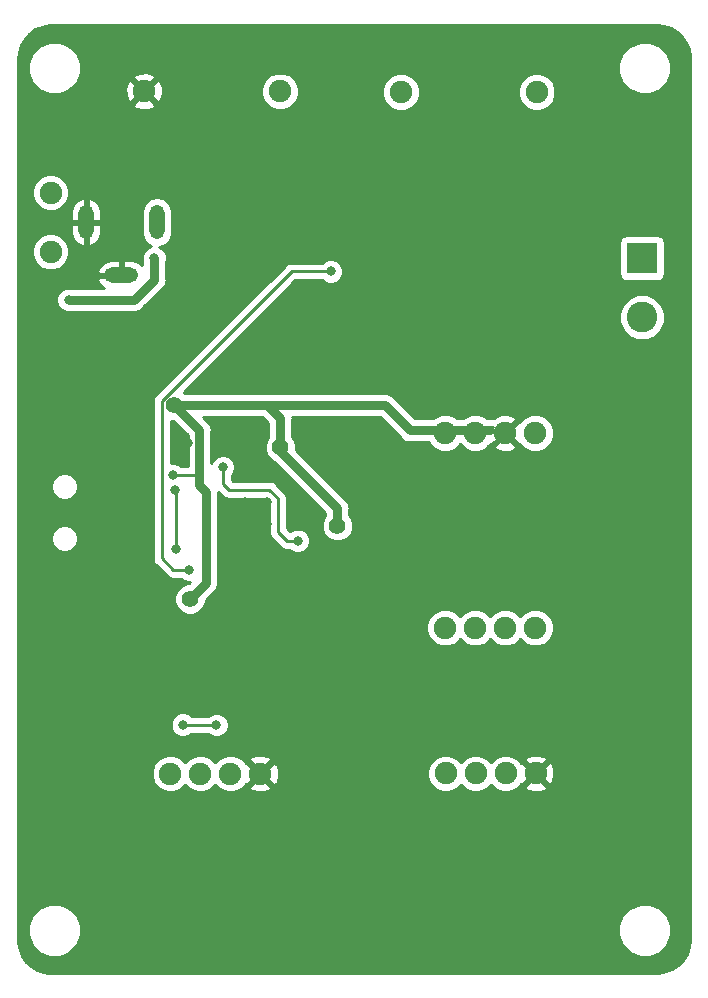
<source format=gbr>
G04 #@! TF.GenerationSoftware,KiCad,Pcbnew,5.0.1*
G04 #@! TF.CreationDate,2019-03-15T13:32:49+13:00*
G04 #@! TF.ProjectId,_autosave-baseBoard,5F6175746F736176652D62617365426F,rev?*
G04 #@! TF.SameCoordinates,Original*
G04 #@! TF.FileFunction,Copper,L2,Bot,Signal*
G04 #@! TF.FilePolarity,Positive*
%FSLAX46Y46*%
G04 Gerber Fmt 4.6, Leading zero omitted, Abs format (unit mm)*
G04 Created by KiCad (PCBNEW 5.0.1) date Fri 15 Mar 2019 01:32:49 PM NZDT*
%MOMM*%
%LPD*%
G01*
G04 APERTURE LIST*
G04 #@! TA.AperFunction,ComponentPad*
%ADD10C,1.900000*%
G04 #@! TD*
G04 #@! TA.AperFunction,ComponentPad*
%ADD11O,1.300000X2.900000*%
G04 #@! TD*
G04 #@! TA.AperFunction,ComponentPad*
%ADD12O,2.900000X1.300000*%
G04 #@! TD*
G04 #@! TA.AperFunction,ComponentPad*
%ADD13R,2.600000X2.600000*%
G04 #@! TD*
G04 #@! TA.AperFunction,ComponentPad*
%ADD14C,2.600000*%
G04 #@! TD*
G04 #@! TA.AperFunction,ViaPad*
%ADD15C,0.800000*%
G04 #@! TD*
G04 #@! TA.AperFunction,ViaPad*
%ADD16C,1.400000*%
G04 #@! TD*
G04 #@! TA.AperFunction,Conductor*
%ADD17C,0.760000*%
G04 #@! TD*
G04 #@! TA.AperFunction,Conductor*
%ADD18C,0.250000*%
G04 #@! TD*
G04 #@! TA.AperFunction,Conductor*
%ADD19C,0.254000*%
G04 #@! TD*
G04 APERTURE END LIST*
D10*
G04 #@! TO.P,PSL2,1*
G04 #@! TO.N,Net-(PSL2-Pad1)*
X111820000Y-109740000D03*
G04 #@! TO.P,PSL2,2*
G04 #@! TO.N,/VCC*
X114360000Y-109740000D03*
G04 #@! TO.P,PSL2,3*
G04 #@! TO.N,/PressureSensorLow2*
X116900000Y-109740000D03*
G04 #@! TO.P,PSL2,4*
G04 #@! TO.N,GND*
X119440000Y-109740000D03*
G04 #@! TD*
G04 #@! TO.P,Csuper1,2*
G04 #@! TO.N,Net-(Csuper1-Pad2)*
X131340000Y-52026000D03*
G04 #@! TO.P,Csuper1,1*
G04 #@! TO.N,/Vin*
X142840000Y-52026000D03*
G04 #@! TD*
G04 #@! TO.P,Csuper2,1*
G04 #@! TO.N,Net-(Csuper1-Pad2)*
X121110000Y-51976000D03*
G04 #@! TO.P,Csuper2,2*
G04 #@! TO.N,GND*
X109610000Y-51976000D03*
G04 #@! TD*
D11*
G04 #@! TO.P,PWRJack,2*
G04 #@! TO.N,GND*
X104690000Y-63050000D03*
G04 #@! TO.P,PWRJack,1*
G04 #@! TO.N,/Vin*
X110690000Y-63050000D03*
D12*
G04 #@! TO.P,PWRJack,3*
G04 #@! TO.N,GND*
X107690000Y-67550000D03*
D10*
G04 #@! TO.P,PWRJack,~*
G04 #@! TO.N,N/C*
X101690000Y-60550000D03*
X101690000Y-65550000D03*
G04 #@! TD*
D13*
G04 #@! TO.P,PWRSol,1*
G04 #@! TO.N,/Vin*
X151764000Y-66096000D03*
D14*
G04 #@! TO.P,PWRSol,2*
G04 #@! TO.N,/solenoidGND*
X151764000Y-71096000D03*
G04 #@! TD*
D10*
G04 #@! TO.P,PSH,5*
G04 #@! TO.N,Net-(PSH1-Pad5)*
X135096000Y-97388000D03*
G04 #@! TO.P,PSH,1*
G04 #@! TO.N,/VCC*
X135096000Y-80898001D03*
G04 #@! TO.P,PSH,6*
G04 #@! TO.N,Net-(PSH1-Pad6)*
X137636000Y-97388000D03*
G04 #@! TO.P,PSH,2*
G04 #@! TO.N,/PressureSensorHigh*
X137636000Y-80898001D03*
G04 #@! TO.P,PSH,7*
G04 #@! TO.N,Net-(PSH1-Pad7)*
X140176000Y-97388000D03*
G04 #@! TO.P,PSH,3*
G04 #@! TO.N,GND*
X140176000Y-80898001D03*
G04 #@! TO.P,PSH,8*
G04 #@! TO.N,Net-(PSH1-Pad8)*
X142716000Y-97388000D03*
G04 #@! TO.P,PSH,4*
G04 #@! TO.N,Net-(PSH1-Pad4)*
X142716000Y-80898001D03*
G04 #@! TD*
G04 #@! TO.P,PSL1,4*
G04 #@! TO.N,GND*
X142748000Y-109728000D03*
G04 #@! TO.P,PSL1,3*
G04 #@! TO.N,/PressureSensorLow1*
X140208000Y-109728000D03*
G04 #@! TO.P,PSL1,2*
G04 #@! TO.N,/VCC*
X137668000Y-109728000D03*
G04 #@! TO.P,PSL1,1*
G04 #@! TO.N,Net-(PSL1-Pad1)*
X135128000Y-109728000D03*
G04 #@! TD*
D15*
G04 #@! TO.N,/Vin*
X110470000Y-66080000D03*
X103210000Y-69630000D03*
G04 #@! TO.N,GND*
X123438920Y-97729040D03*
X116234000Y-90470000D03*
X118110000Y-86770000D03*
X119986000Y-88580000D03*
X119986000Y-86770000D03*
X116234000Y-86770000D03*
X116234000Y-88580000D03*
X118120000Y-88580000D03*
X119986000Y-90470000D03*
X118152000Y-90470000D03*
X140076000Y-83508000D03*
X142772000Y-107758000D03*
X119440000Y-107590000D03*
X102870000Y-83180000D03*
X100020000Y-87630000D03*
X102870000Y-92080000D03*
X113290000Y-81720000D03*
X101430000Y-75510000D03*
D16*
G04 #@! TO.N,/VCC*
X121150000Y-82125000D03*
X112134060Y-78521560D03*
X113500000Y-94965520D03*
X125975000Y-88750000D03*
D15*
X112050000Y-84456500D03*
G04 #@! TO.N,/AVCC*
X116290000Y-83780000D03*
X122610000Y-90030000D03*
G04 #@! TO.N,/VUSB*
X112280000Y-90750000D03*
X112250000Y-85750000D03*
G04 #@! TO.N,Net-(NMOS1-Pad1)*
X113430000Y-92470000D03*
X125420120Y-67228720D03*
G04 #@! TO.N,/PressureSensorLow2*
X115730000Y-105630000D03*
X112880000Y-105600000D03*
G04 #@! TD*
D17*
G04 #@! TO.N,/Vin*
X110470000Y-67920000D02*
X110470000Y-66080000D01*
X103210000Y-69630000D02*
X108760000Y-69630000D01*
X108760000Y-69630000D02*
X110470000Y-67920000D01*
D18*
G04 #@! TO.N,/VCC*
X138872121Y-80677880D02*
X139160000Y-80390001D01*
D17*
X129969400Y-78521560D02*
X132125720Y-80677880D01*
X132125720Y-80677880D02*
X138872121Y-80677880D01*
X121640600Y-78521560D02*
X129969400Y-78521560D01*
X114853720Y-85892640D02*
X114294920Y-85333840D01*
X114294920Y-80682420D02*
X112134060Y-78521560D01*
D18*
X114853720Y-85973920D02*
X114853720Y-85892640D01*
X114853720Y-93611800D02*
X114853720Y-93500000D01*
D17*
X113500000Y-94965520D02*
X114853720Y-93611800D01*
X114853720Y-85973920D02*
X114853720Y-93500000D01*
D18*
X121770000Y-78650960D02*
X121640600Y-78521560D01*
X122525960Y-78650960D02*
X121770000Y-78650960D01*
D17*
X121150000Y-79671560D02*
X120000000Y-78521560D01*
X121150000Y-82450000D02*
X121150000Y-79671560D01*
X112134060Y-78521560D02*
X120000000Y-78521560D01*
X120000000Y-78521560D02*
X121640600Y-78521560D01*
X125975000Y-87275000D02*
X125975000Y-88750000D01*
X121150000Y-82450000D02*
X125975000Y-87275000D01*
D18*
X114231420Y-84456500D02*
X114294920Y-84520000D01*
D17*
X114294920Y-85333840D02*
X114294920Y-84520000D01*
D18*
X112050000Y-84456500D02*
X114231420Y-84456500D01*
D17*
X114294920Y-84520000D02*
X114294920Y-80682420D01*
D18*
G04 #@! TO.N,/AVCC*
X120920000Y-89280000D02*
X121670000Y-90030000D01*
X122610000Y-90030000D02*
X121670000Y-90030000D01*
X120920000Y-86440000D02*
X120920000Y-89280000D01*
X116290000Y-83780000D02*
X116290000Y-85210000D01*
X116290000Y-85210000D02*
X116790000Y-85710000D01*
X116790000Y-85710000D02*
X120190000Y-85710000D01*
X120190000Y-85710000D02*
X120920000Y-86440000D01*
G04 #@! TO.N,/VUSB*
X112280000Y-90750000D02*
X112280000Y-86070000D01*
G04 #@! TO.N,Net-(NMOS1-Pad1)*
X112068640Y-92470000D02*
X113430000Y-92470000D01*
X111109760Y-78226920D02*
X111109760Y-91511120D01*
X111109760Y-91511120D02*
X112068640Y-92470000D01*
X122107960Y-67228720D02*
X111109760Y-78226920D01*
X125420120Y-67228720D02*
X122107960Y-67228720D01*
G04 #@! TO.N,/PressureSensorLow2*
X112910000Y-105630000D02*
X112880000Y-105600000D01*
X115730000Y-105630000D02*
X112910000Y-105630000D01*
G04 #@! TD*
D19*
G04 #@! TO.N,GND*
G36*
X153649691Y-46447945D02*
X154211866Y-46637137D01*
X154720296Y-46942633D01*
X155151272Y-47350185D01*
X155484676Y-47840775D01*
X155704956Y-48391515D01*
X155806196Y-49003054D01*
X155810001Y-49139263D01*
X155810000Y-123801353D01*
X155736181Y-124429783D01*
X155539963Y-124996435D01*
X155226642Y-125507737D01*
X154810835Y-125939829D01*
X154311945Y-126272553D01*
X153753239Y-126490387D01*
X153134410Y-126587297D01*
X152993683Y-126590000D01*
X101590041Y-126600002D01*
X101041746Y-126540438D01*
X100500047Y-126358136D01*
X100010121Y-126063760D01*
X99594843Y-125671051D01*
X99273581Y-125198329D01*
X99061323Y-124667646D01*
X98963611Y-124077414D01*
X98960000Y-123948147D01*
X98960000Y-122555431D01*
X99765000Y-122555431D01*
X99765000Y-123444569D01*
X100105259Y-124266026D01*
X100733974Y-124894741D01*
X101555431Y-125235000D01*
X102444569Y-125235000D01*
X103266026Y-124894741D01*
X103894741Y-124266026D01*
X104235000Y-123444569D01*
X104235000Y-122555431D01*
X149765000Y-122555431D01*
X149765000Y-123444569D01*
X150105259Y-124266026D01*
X150733974Y-124894741D01*
X151555431Y-125235000D01*
X152444569Y-125235000D01*
X153266026Y-124894741D01*
X153894741Y-124266026D01*
X154235000Y-123444569D01*
X154235000Y-122555431D01*
X153894741Y-121733974D01*
X153266026Y-121105259D01*
X152444569Y-120765000D01*
X151555431Y-120765000D01*
X150733974Y-121105259D01*
X150105259Y-121733974D01*
X149765000Y-122555431D01*
X104235000Y-122555431D01*
X103894741Y-121733974D01*
X103266026Y-121105259D01*
X102444569Y-120765000D01*
X101555431Y-120765000D01*
X100733974Y-121105259D01*
X100105259Y-121733974D01*
X99765000Y-122555431D01*
X98960000Y-122555431D01*
X98960000Y-109424724D01*
X110235000Y-109424724D01*
X110235000Y-110055276D01*
X110476302Y-110637830D01*
X110922170Y-111083698D01*
X111504724Y-111325000D01*
X112135276Y-111325000D01*
X112717830Y-111083698D01*
X113090000Y-110711528D01*
X113462170Y-111083698D01*
X114044724Y-111325000D01*
X114675276Y-111325000D01*
X115257830Y-111083698D01*
X115630000Y-110711528D01*
X116002170Y-111083698D01*
X116584724Y-111325000D01*
X117215276Y-111325000D01*
X117797830Y-111083698D01*
X118025178Y-110856350D01*
X118503255Y-110856350D01*
X118595792Y-111118019D01*
X119187398Y-111336188D01*
X119817461Y-111311352D01*
X120284208Y-111118019D01*
X120376745Y-110856350D01*
X119440000Y-109919605D01*
X118503255Y-110856350D01*
X118025178Y-110856350D01*
X118235837Y-110645691D01*
X118323650Y-110676745D01*
X119260395Y-109740000D01*
X119619605Y-109740000D01*
X120556350Y-110676745D01*
X120818019Y-110584208D01*
X121036188Y-109992602D01*
X121013331Y-109412724D01*
X133543000Y-109412724D01*
X133543000Y-110043276D01*
X133784302Y-110625830D01*
X134230170Y-111071698D01*
X134812724Y-111313000D01*
X135443276Y-111313000D01*
X136025830Y-111071698D01*
X136398000Y-110699528D01*
X136770170Y-111071698D01*
X137352724Y-111313000D01*
X137983276Y-111313000D01*
X138565830Y-111071698D01*
X138938000Y-110699528D01*
X139310170Y-111071698D01*
X139892724Y-111313000D01*
X140523276Y-111313000D01*
X141105830Y-111071698D01*
X141333178Y-110844350D01*
X141811255Y-110844350D01*
X141903792Y-111106019D01*
X142495398Y-111324188D01*
X143125461Y-111299352D01*
X143592208Y-111106019D01*
X143684745Y-110844350D01*
X142748000Y-109907605D01*
X141811255Y-110844350D01*
X141333178Y-110844350D01*
X141543837Y-110633691D01*
X141631650Y-110664745D01*
X142568395Y-109728000D01*
X142927605Y-109728000D01*
X143864350Y-110664745D01*
X144126019Y-110572208D01*
X144344188Y-109980602D01*
X144319352Y-109350539D01*
X144126019Y-108883792D01*
X143864350Y-108791255D01*
X142927605Y-109728000D01*
X142568395Y-109728000D01*
X141631650Y-108791255D01*
X141543837Y-108822309D01*
X141333178Y-108611650D01*
X141811255Y-108611650D01*
X142748000Y-109548395D01*
X143684745Y-108611650D01*
X143592208Y-108349981D01*
X143000602Y-108131812D01*
X142370539Y-108156648D01*
X141903792Y-108349981D01*
X141811255Y-108611650D01*
X141333178Y-108611650D01*
X141105830Y-108384302D01*
X140523276Y-108143000D01*
X139892724Y-108143000D01*
X139310170Y-108384302D01*
X138938000Y-108756472D01*
X138565830Y-108384302D01*
X137983276Y-108143000D01*
X137352724Y-108143000D01*
X136770170Y-108384302D01*
X136398000Y-108756472D01*
X136025830Y-108384302D01*
X135443276Y-108143000D01*
X134812724Y-108143000D01*
X134230170Y-108384302D01*
X133784302Y-108830170D01*
X133543000Y-109412724D01*
X121013331Y-109412724D01*
X121011352Y-109362539D01*
X120818019Y-108895792D01*
X120556350Y-108803255D01*
X119619605Y-109740000D01*
X119260395Y-109740000D01*
X118323650Y-108803255D01*
X118235837Y-108834309D01*
X118025178Y-108623650D01*
X118503255Y-108623650D01*
X119440000Y-109560395D01*
X120376745Y-108623650D01*
X120284208Y-108361981D01*
X119692602Y-108143812D01*
X119062539Y-108168648D01*
X118595792Y-108361981D01*
X118503255Y-108623650D01*
X118025178Y-108623650D01*
X117797830Y-108396302D01*
X117215276Y-108155000D01*
X116584724Y-108155000D01*
X116002170Y-108396302D01*
X115630000Y-108768472D01*
X115257830Y-108396302D01*
X114675276Y-108155000D01*
X114044724Y-108155000D01*
X113462170Y-108396302D01*
X113090000Y-108768472D01*
X112717830Y-108396302D01*
X112135276Y-108155000D01*
X111504724Y-108155000D01*
X110922170Y-108396302D01*
X110476302Y-108842170D01*
X110235000Y-109424724D01*
X98960000Y-109424724D01*
X98960000Y-105394126D01*
X111845000Y-105394126D01*
X111845000Y-105805874D01*
X112002569Y-106186280D01*
X112293720Y-106477431D01*
X112674126Y-106635000D01*
X113085874Y-106635000D01*
X113466280Y-106477431D01*
X113553711Y-106390000D01*
X115026289Y-106390000D01*
X115143720Y-106507431D01*
X115524126Y-106665000D01*
X115935874Y-106665000D01*
X116316280Y-106507431D01*
X116607431Y-106216280D01*
X116765000Y-105835874D01*
X116765000Y-105424126D01*
X116607431Y-105043720D01*
X116316280Y-104752569D01*
X115935874Y-104595000D01*
X115524126Y-104595000D01*
X115143720Y-104752569D01*
X115026289Y-104870000D01*
X113613711Y-104870000D01*
X113466280Y-104722569D01*
X113085874Y-104565000D01*
X112674126Y-104565000D01*
X112293720Y-104722569D01*
X112002569Y-105013720D01*
X111845000Y-105394126D01*
X98960000Y-105394126D01*
X98960000Y-97072724D01*
X133511000Y-97072724D01*
X133511000Y-97703276D01*
X133752302Y-98285830D01*
X134198170Y-98731698D01*
X134780724Y-98973000D01*
X135411276Y-98973000D01*
X135993830Y-98731698D01*
X136366000Y-98359528D01*
X136738170Y-98731698D01*
X137320724Y-98973000D01*
X137951276Y-98973000D01*
X138533830Y-98731698D01*
X138906000Y-98359528D01*
X139278170Y-98731698D01*
X139860724Y-98973000D01*
X140491276Y-98973000D01*
X141073830Y-98731698D01*
X141446000Y-98359528D01*
X141818170Y-98731698D01*
X142400724Y-98973000D01*
X143031276Y-98973000D01*
X143613830Y-98731698D01*
X144059698Y-98285830D01*
X144301000Y-97703276D01*
X144301000Y-97072724D01*
X144059698Y-96490170D01*
X143613830Y-96044302D01*
X143031276Y-95803000D01*
X142400724Y-95803000D01*
X141818170Y-96044302D01*
X141446000Y-96416472D01*
X141073830Y-96044302D01*
X140491276Y-95803000D01*
X139860724Y-95803000D01*
X139278170Y-96044302D01*
X138906000Y-96416472D01*
X138533830Y-96044302D01*
X137951276Y-95803000D01*
X137320724Y-95803000D01*
X136738170Y-96044302D01*
X136366000Y-96416472D01*
X135993830Y-96044302D01*
X135411276Y-95803000D01*
X134780724Y-95803000D01*
X134198170Y-96044302D01*
X133752302Y-96490170D01*
X133511000Y-97072724D01*
X98960000Y-97072724D01*
X98960000Y-89604234D01*
X101735000Y-89604234D01*
X101735000Y-90055766D01*
X101907793Y-90472926D01*
X102227074Y-90792207D01*
X102644234Y-90965000D01*
X103095766Y-90965000D01*
X103512926Y-90792207D01*
X103832207Y-90472926D01*
X104005000Y-90055766D01*
X104005000Y-89604234D01*
X103832207Y-89187074D01*
X103512926Y-88867793D01*
X103095766Y-88695000D01*
X102644234Y-88695000D01*
X102227074Y-88867793D01*
X101907793Y-89187074D01*
X101735000Y-89604234D01*
X98960000Y-89604234D01*
X98960000Y-85204234D01*
X101735000Y-85204234D01*
X101735000Y-85655766D01*
X101907793Y-86072926D01*
X102227074Y-86392207D01*
X102644234Y-86565000D01*
X103095766Y-86565000D01*
X103512926Y-86392207D01*
X103832207Y-86072926D01*
X104005000Y-85655766D01*
X104005000Y-85204234D01*
X103832207Y-84787074D01*
X103512926Y-84467793D01*
X103095766Y-84295000D01*
X102644234Y-84295000D01*
X102227074Y-84467793D01*
X101907793Y-84787074D01*
X101735000Y-85204234D01*
X98960000Y-85204234D01*
X98960000Y-78226920D01*
X110334872Y-78226920D01*
X110349760Y-78301767D01*
X110349761Y-91436268D01*
X110334872Y-91511120D01*
X110349761Y-91585972D01*
X110393857Y-91807657D01*
X110561832Y-92059049D01*
X110625288Y-92101449D01*
X111478311Y-92954473D01*
X111520711Y-93017929D01*
X111772103Y-93185904D01*
X111993788Y-93230000D01*
X111993792Y-93230000D01*
X112068639Y-93244888D01*
X112143486Y-93230000D01*
X112726289Y-93230000D01*
X112843720Y-93347431D01*
X113224126Y-93505000D01*
X113525093Y-93505000D01*
X113399574Y-93630520D01*
X113234452Y-93630520D01*
X112743783Y-93833762D01*
X112368242Y-94209303D01*
X112165000Y-94699972D01*
X112165000Y-95231068D01*
X112368242Y-95721737D01*
X112743783Y-96097278D01*
X113234452Y-96300520D01*
X113765548Y-96300520D01*
X114256217Y-96097278D01*
X114631758Y-95721737D01*
X114835000Y-95231068D01*
X114835000Y-95065946D01*
X115642121Y-94258826D01*
X115809828Y-94007834D01*
X115888604Y-93611801D01*
X115868720Y-93511837D01*
X115868720Y-85992608D01*
X115888605Y-85892640D01*
X115886312Y-85881114D01*
X116199671Y-86194472D01*
X116242071Y-86257929D01*
X116305527Y-86300329D01*
X116493462Y-86425904D01*
X116541605Y-86435480D01*
X116715148Y-86470000D01*
X116715152Y-86470000D01*
X116790000Y-86484888D01*
X116864848Y-86470000D01*
X119875199Y-86470000D01*
X120160000Y-86754802D01*
X120160001Y-89205148D01*
X120145112Y-89280000D01*
X120160001Y-89354852D01*
X120190109Y-89506217D01*
X120204097Y-89576537D01*
X120308952Y-89733463D01*
X120372072Y-89827929D01*
X120435528Y-89870329D01*
X121079671Y-90514473D01*
X121122071Y-90577929D01*
X121373463Y-90745904D01*
X121595148Y-90790000D01*
X121595152Y-90790000D01*
X121669999Y-90804888D01*
X121744846Y-90790000D01*
X121906289Y-90790000D01*
X122023720Y-90907431D01*
X122404126Y-91065000D01*
X122815874Y-91065000D01*
X123196280Y-90907431D01*
X123487431Y-90616280D01*
X123645000Y-90235874D01*
X123645000Y-89824126D01*
X123487431Y-89443720D01*
X123196280Y-89152569D01*
X122815874Y-88995000D01*
X122404126Y-88995000D01*
X122023720Y-89152569D01*
X121945545Y-89230744D01*
X121680000Y-88965199D01*
X121680000Y-86514847D01*
X121694888Y-86440000D01*
X121680000Y-86365153D01*
X121680000Y-86365148D01*
X121635904Y-86143463D01*
X121467929Y-85892071D01*
X121404473Y-85849671D01*
X120780331Y-85225530D01*
X120737929Y-85162071D01*
X120486537Y-84994096D01*
X120264852Y-84950000D01*
X120264847Y-84950000D01*
X120190000Y-84935112D01*
X120115153Y-84950000D01*
X117104802Y-84950000D01*
X117050000Y-84895199D01*
X117050000Y-84483711D01*
X117167431Y-84366280D01*
X117325000Y-83985874D01*
X117325000Y-83574126D01*
X117167431Y-83193720D01*
X116876280Y-82902569D01*
X116495874Y-82745000D01*
X116084126Y-82745000D01*
X115703720Y-82902569D01*
X115412569Y-83193720D01*
X115309920Y-83441537D01*
X115309920Y-80782388D01*
X115329805Y-80682420D01*
X115251029Y-80286386D01*
X115153470Y-80140380D01*
X115026694Y-79950646D01*
X114941944Y-79894018D01*
X114584486Y-79536560D01*
X119579574Y-79536560D01*
X120135001Y-80091988D01*
X120135000Y-81252025D01*
X120018242Y-81368783D01*
X119815000Y-81859452D01*
X119815000Y-82390548D01*
X120018242Y-82881217D01*
X120393783Y-83256758D01*
X120611523Y-83346949D01*
X124960000Y-87695427D01*
X124960000Y-87877025D01*
X124843242Y-87993783D01*
X124640000Y-88484452D01*
X124640000Y-89015548D01*
X124843242Y-89506217D01*
X125218783Y-89881758D01*
X125709452Y-90085000D01*
X126240548Y-90085000D01*
X126731217Y-89881758D01*
X127106758Y-89506217D01*
X127310000Y-89015548D01*
X127310000Y-88484452D01*
X127106758Y-87993783D01*
X126990000Y-87877025D01*
X126990000Y-87374963D01*
X127009884Y-87274999D01*
X126990000Y-87175036D01*
X126990000Y-87175032D01*
X126931109Y-86878967D01*
X126706774Y-86543226D01*
X126622027Y-86486600D01*
X122485000Y-82349574D01*
X122485000Y-81859452D01*
X122281758Y-81368783D01*
X122165000Y-81252025D01*
X122165000Y-79771528D01*
X122184885Y-79671560D01*
X122158032Y-79536560D01*
X129548974Y-79536560D01*
X131337319Y-81324906D01*
X131393946Y-81409654D01*
X131729687Y-81633989D01*
X132025752Y-81692880D01*
X132025756Y-81692880D01*
X132125720Y-81712764D01*
X132225683Y-81692880D01*
X133709658Y-81692880D01*
X133752302Y-81795831D01*
X134198170Y-82241699D01*
X134780724Y-82483001D01*
X135411276Y-82483001D01*
X135993830Y-82241699D01*
X136366000Y-81869529D01*
X136738170Y-82241699D01*
X137320724Y-82483001D01*
X137951276Y-82483001D01*
X138533830Y-82241699D01*
X138761178Y-82014351D01*
X139239255Y-82014351D01*
X139331792Y-82276020D01*
X139923398Y-82494189D01*
X140553461Y-82469353D01*
X141020208Y-82276020D01*
X141112745Y-82014351D01*
X140176000Y-81077606D01*
X139239255Y-82014351D01*
X138761178Y-82014351D01*
X138971837Y-81803692D01*
X139059650Y-81834746D01*
X139258483Y-81635913D01*
X139268154Y-81633989D01*
X139603895Y-81409654D01*
X139828230Y-81073913D01*
X139830154Y-81064242D01*
X139996395Y-80898001D01*
X140355605Y-80898001D01*
X141292350Y-81834746D01*
X141380163Y-81803692D01*
X141818170Y-82241699D01*
X142400724Y-82483001D01*
X143031276Y-82483001D01*
X143613830Y-82241699D01*
X144059698Y-81795831D01*
X144301000Y-81213277D01*
X144301000Y-80582725D01*
X144059698Y-80000171D01*
X143613830Y-79554303D01*
X143031276Y-79313001D01*
X142400724Y-79313001D01*
X141818170Y-79554303D01*
X141380163Y-79992310D01*
X141292350Y-79961256D01*
X140355605Y-80898001D01*
X139996395Y-80898001D01*
X139982253Y-80883859D01*
X140161858Y-80704254D01*
X140176000Y-80718396D01*
X141112745Y-79781651D01*
X141020208Y-79519982D01*
X140428602Y-79301813D01*
X139798539Y-79326649D01*
X139331792Y-79519982D01*
X139289070Y-79640787D01*
X139159999Y-79615113D01*
X138919859Y-79662880D01*
X138642407Y-79662880D01*
X138533830Y-79554303D01*
X137951276Y-79313001D01*
X137320724Y-79313001D01*
X136738170Y-79554303D01*
X136629593Y-79662880D01*
X136102407Y-79662880D01*
X135993830Y-79554303D01*
X135411276Y-79313001D01*
X134780724Y-79313001D01*
X134198170Y-79554303D01*
X134089593Y-79662880D01*
X132546147Y-79662880D01*
X130757802Y-77874536D01*
X130701174Y-77789786D01*
X130365433Y-77565451D01*
X130069368Y-77506560D01*
X130069363Y-77506560D01*
X129969400Y-77486676D01*
X129869437Y-77506560D01*
X120099963Y-77506560D01*
X120000000Y-77486676D01*
X119900037Y-77506560D01*
X113007035Y-77506560D01*
X112955978Y-77455503D01*
X119700376Y-70711105D01*
X149829000Y-70711105D01*
X149829000Y-71480895D01*
X150123586Y-72192090D01*
X150667910Y-72736414D01*
X151379105Y-73031000D01*
X152148895Y-73031000D01*
X152860090Y-72736414D01*
X153404414Y-72192090D01*
X153699000Y-71480895D01*
X153699000Y-70711105D01*
X153404414Y-69999910D01*
X152860090Y-69455586D01*
X152148895Y-69161000D01*
X151379105Y-69161000D01*
X150667910Y-69455586D01*
X150123586Y-69999910D01*
X149829000Y-70711105D01*
X119700376Y-70711105D01*
X122422762Y-67988720D01*
X124716409Y-67988720D01*
X124833840Y-68106151D01*
X125214246Y-68263720D01*
X125625994Y-68263720D01*
X126006400Y-68106151D01*
X126297551Y-67815000D01*
X126455120Y-67434594D01*
X126455120Y-67022846D01*
X126297551Y-66642440D01*
X126006400Y-66351289D01*
X125625994Y-66193720D01*
X125214246Y-66193720D01*
X124833840Y-66351289D01*
X124716409Y-66468720D01*
X122182808Y-66468720D01*
X122107960Y-66453832D01*
X122033112Y-66468720D01*
X122033108Y-66468720D01*
X121811423Y-66512816D01*
X121560031Y-66680791D01*
X121517631Y-66744247D01*
X110625290Y-77636589D01*
X110561831Y-77678991D01*
X110393856Y-77930384D01*
X110349760Y-78152069D01*
X110349760Y-78152073D01*
X110334872Y-78226920D01*
X98960000Y-78226920D01*
X98960000Y-69424126D01*
X102175000Y-69424126D01*
X102175000Y-69835874D01*
X102332569Y-70216280D01*
X102623720Y-70507431D01*
X103004126Y-70665000D01*
X103415874Y-70665000D01*
X103464158Y-70645000D01*
X108660037Y-70645000D01*
X108760000Y-70664884D01*
X108859963Y-70645000D01*
X108859968Y-70645000D01*
X109156033Y-70586109D01*
X109491774Y-70361774D01*
X109548402Y-70277024D01*
X111117027Y-68708400D01*
X111201774Y-68651774D01*
X111426109Y-68316033D01*
X111485000Y-68019968D01*
X111485000Y-68019964D01*
X111504884Y-67920001D01*
X111485000Y-67820037D01*
X111485000Y-66334158D01*
X111505000Y-66285874D01*
X111505000Y-65874126D01*
X111347431Y-65493720D01*
X111056280Y-65202569D01*
X110868304Y-65124707D01*
X111191382Y-65060443D01*
X111587148Y-64796000D01*
X149816560Y-64796000D01*
X149816560Y-67396000D01*
X149865843Y-67643765D01*
X150006191Y-67853809D01*
X150216235Y-67994157D01*
X150464000Y-68043440D01*
X153064000Y-68043440D01*
X153311765Y-67994157D01*
X153521809Y-67853809D01*
X153662157Y-67643765D01*
X153711440Y-67396000D01*
X153711440Y-64796000D01*
X153662157Y-64548235D01*
X153521809Y-64338191D01*
X153311765Y-64197843D01*
X153064000Y-64148560D01*
X150464000Y-64148560D01*
X150216235Y-64197843D01*
X150006191Y-64338191D01*
X149865843Y-64548235D01*
X149816560Y-64796000D01*
X111587148Y-64796000D01*
X111616433Y-64776433D01*
X111900443Y-64351382D01*
X111975000Y-63976558D01*
X111975000Y-62123442D01*
X111900443Y-61748618D01*
X111616433Y-61323567D01*
X111191381Y-61039557D01*
X110690000Y-60939826D01*
X110188618Y-61039557D01*
X109763567Y-61323567D01*
X109479557Y-61748619D01*
X109405000Y-62123443D01*
X109405000Y-63976558D01*
X109479558Y-64351382D01*
X109763568Y-64776433D01*
X110188619Y-65060443D01*
X110214442Y-65065580D01*
X109883720Y-65202569D01*
X109592569Y-65493720D01*
X109435000Y-65874126D01*
X109435000Y-66285874D01*
X109455001Y-66334160D01*
X109455001Y-66703713D01*
X109099081Y-66411416D01*
X108617000Y-66265000D01*
X107817000Y-66265000D01*
X107817000Y-67423000D01*
X107837000Y-67423000D01*
X107837000Y-67677000D01*
X107817000Y-67677000D01*
X107817000Y-67697000D01*
X107563000Y-67697000D01*
X107563000Y-67677000D01*
X105770933Y-67677000D01*
X105646901Y-67875471D01*
X105654214Y-67924415D01*
X105891565Y-68368829D01*
X106191318Y-68615000D01*
X103464158Y-68615000D01*
X103415874Y-68595000D01*
X103004126Y-68595000D01*
X102623720Y-68752569D01*
X102332569Y-69043720D01*
X102175000Y-69424126D01*
X98960000Y-69424126D01*
X98960000Y-67224529D01*
X105646901Y-67224529D01*
X105770933Y-67423000D01*
X107563000Y-67423000D01*
X107563000Y-66265000D01*
X106763000Y-66265000D01*
X106280919Y-66411416D01*
X105891565Y-66731171D01*
X105654214Y-67175585D01*
X105646901Y-67224529D01*
X98960000Y-67224529D01*
X98960000Y-65234724D01*
X100105000Y-65234724D01*
X100105000Y-65865276D01*
X100346302Y-66447830D01*
X100792170Y-66893698D01*
X101374724Y-67135000D01*
X102005276Y-67135000D01*
X102587830Y-66893698D01*
X103033698Y-66447830D01*
X103275000Y-65865276D01*
X103275000Y-65234724D01*
X103033698Y-64652170D01*
X102587830Y-64206302D01*
X102005276Y-63965000D01*
X101374724Y-63965000D01*
X100792170Y-64206302D01*
X100346302Y-64652170D01*
X100105000Y-65234724D01*
X98960000Y-65234724D01*
X98960000Y-63177000D01*
X103405000Y-63177000D01*
X103405000Y-63977000D01*
X103551416Y-64459081D01*
X103871171Y-64848435D01*
X104315585Y-65085786D01*
X104364529Y-65093099D01*
X104563000Y-64969067D01*
X104563000Y-63177000D01*
X104817000Y-63177000D01*
X104817000Y-64969067D01*
X105015471Y-65093099D01*
X105064415Y-65085786D01*
X105508829Y-64848435D01*
X105828584Y-64459081D01*
X105975000Y-63977000D01*
X105975000Y-63177000D01*
X104817000Y-63177000D01*
X104563000Y-63177000D01*
X103405000Y-63177000D01*
X98960000Y-63177000D01*
X98960000Y-60234724D01*
X100105000Y-60234724D01*
X100105000Y-60865276D01*
X100346302Y-61447830D01*
X100792170Y-61893698D01*
X101374724Y-62135000D01*
X102005276Y-62135000D01*
X102034246Y-62123000D01*
X103405000Y-62123000D01*
X103405000Y-62923000D01*
X104563000Y-62923000D01*
X104563000Y-61130933D01*
X104817000Y-61130933D01*
X104817000Y-62923000D01*
X105975000Y-62923000D01*
X105975000Y-62123000D01*
X105828584Y-61640919D01*
X105508829Y-61251565D01*
X105064415Y-61014214D01*
X105015471Y-61006901D01*
X104817000Y-61130933D01*
X104563000Y-61130933D01*
X104364529Y-61006901D01*
X104315585Y-61014214D01*
X103871171Y-61251565D01*
X103551416Y-61640919D01*
X103405000Y-62123000D01*
X102034246Y-62123000D01*
X102587830Y-61893698D01*
X103033698Y-61447830D01*
X103275000Y-60865276D01*
X103275000Y-60234724D01*
X103033698Y-59652170D01*
X102587830Y-59206302D01*
X102005276Y-58965000D01*
X101374724Y-58965000D01*
X100792170Y-59206302D01*
X100346302Y-59652170D01*
X100105000Y-60234724D01*
X98960000Y-60234724D01*
X98960000Y-53092350D01*
X108673255Y-53092350D01*
X108765792Y-53354019D01*
X109357398Y-53572188D01*
X109987461Y-53547352D01*
X110454208Y-53354019D01*
X110546745Y-53092350D01*
X109610000Y-52155605D01*
X108673255Y-53092350D01*
X98960000Y-53092350D01*
X98960000Y-49555431D01*
X99765000Y-49555431D01*
X99765000Y-50444569D01*
X100105259Y-51266026D01*
X100733974Y-51894741D01*
X101555431Y-52235000D01*
X102444569Y-52235000D01*
X103266026Y-51894741D01*
X103437369Y-51723398D01*
X108013812Y-51723398D01*
X108038648Y-52353461D01*
X108231981Y-52820208D01*
X108493650Y-52912745D01*
X109430395Y-51976000D01*
X109789605Y-51976000D01*
X110726350Y-52912745D01*
X110988019Y-52820208D01*
X111206188Y-52228602D01*
X111183804Y-51660724D01*
X119525000Y-51660724D01*
X119525000Y-52291276D01*
X119766302Y-52873830D01*
X120212170Y-53319698D01*
X120794724Y-53561000D01*
X121425276Y-53561000D01*
X122007830Y-53319698D01*
X122453698Y-52873830D01*
X122695000Y-52291276D01*
X122695000Y-51710724D01*
X129755000Y-51710724D01*
X129755000Y-52341276D01*
X129996302Y-52923830D01*
X130442170Y-53369698D01*
X131024724Y-53611000D01*
X131655276Y-53611000D01*
X132237830Y-53369698D01*
X132683698Y-52923830D01*
X132925000Y-52341276D01*
X132925000Y-51710724D01*
X141255000Y-51710724D01*
X141255000Y-52341276D01*
X141496302Y-52923830D01*
X141942170Y-53369698D01*
X142524724Y-53611000D01*
X143155276Y-53611000D01*
X143737830Y-53369698D01*
X144183698Y-52923830D01*
X144425000Y-52341276D01*
X144425000Y-51710724D01*
X144183698Y-51128170D01*
X143737830Y-50682302D01*
X143155276Y-50441000D01*
X142524724Y-50441000D01*
X141942170Y-50682302D01*
X141496302Y-51128170D01*
X141255000Y-51710724D01*
X132925000Y-51710724D01*
X132683698Y-51128170D01*
X132237830Y-50682302D01*
X131655276Y-50441000D01*
X131024724Y-50441000D01*
X130442170Y-50682302D01*
X129996302Y-51128170D01*
X129755000Y-51710724D01*
X122695000Y-51710724D01*
X122695000Y-51660724D01*
X122453698Y-51078170D01*
X122007830Y-50632302D01*
X121425276Y-50391000D01*
X120794724Y-50391000D01*
X120212170Y-50632302D01*
X119766302Y-51078170D01*
X119525000Y-51660724D01*
X111183804Y-51660724D01*
X111181352Y-51598539D01*
X110988019Y-51131792D01*
X110726350Y-51039255D01*
X109789605Y-51976000D01*
X109430395Y-51976000D01*
X108493650Y-51039255D01*
X108231981Y-51131792D01*
X108013812Y-51723398D01*
X103437369Y-51723398D01*
X103894741Y-51266026D01*
X104063067Y-50859650D01*
X108673255Y-50859650D01*
X109610000Y-51796395D01*
X110546745Y-50859650D01*
X110454208Y-50597981D01*
X109862602Y-50379812D01*
X109232539Y-50404648D01*
X108765792Y-50597981D01*
X108673255Y-50859650D01*
X104063067Y-50859650D01*
X104235000Y-50444569D01*
X104235000Y-49555431D01*
X149765000Y-49555431D01*
X149765000Y-50444569D01*
X150105259Y-51266026D01*
X150733974Y-51894741D01*
X151555431Y-52235000D01*
X152444569Y-52235000D01*
X153266026Y-51894741D01*
X153894741Y-51266026D01*
X154235000Y-50444569D01*
X154235000Y-49555431D01*
X153894741Y-48733974D01*
X153266026Y-48105259D01*
X152444569Y-47765000D01*
X151555431Y-47765000D01*
X150733974Y-48105259D01*
X150105259Y-48733974D01*
X149765000Y-49555431D01*
X104235000Y-49555431D01*
X103894741Y-48733974D01*
X103266026Y-48105259D01*
X102444569Y-47765000D01*
X101555431Y-47765000D01*
X100733974Y-48105259D01*
X100105259Y-48733974D01*
X99765000Y-49555431D01*
X98960000Y-49555431D01*
X98960000Y-49250654D01*
X99015811Y-48612725D01*
X99194482Y-48042586D01*
X99491411Y-47524119D01*
X99892751Y-47081503D01*
X100379771Y-46735395D01*
X100929753Y-46501942D01*
X101539863Y-46387763D01*
X101741933Y-46380000D01*
X153024252Y-46380000D01*
X153649691Y-46447945D01*
X153649691Y-46447945D01*
G37*
X153649691Y-46447945D02*
X154211866Y-46637137D01*
X154720296Y-46942633D01*
X155151272Y-47350185D01*
X155484676Y-47840775D01*
X155704956Y-48391515D01*
X155806196Y-49003054D01*
X155810001Y-49139263D01*
X155810000Y-123801353D01*
X155736181Y-124429783D01*
X155539963Y-124996435D01*
X155226642Y-125507737D01*
X154810835Y-125939829D01*
X154311945Y-126272553D01*
X153753239Y-126490387D01*
X153134410Y-126587297D01*
X152993683Y-126590000D01*
X101590041Y-126600002D01*
X101041746Y-126540438D01*
X100500047Y-126358136D01*
X100010121Y-126063760D01*
X99594843Y-125671051D01*
X99273581Y-125198329D01*
X99061323Y-124667646D01*
X98963611Y-124077414D01*
X98960000Y-123948147D01*
X98960000Y-122555431D01*
X99765000Y-122555431D01*
X99765000Y-123444569D01*
X100105259Y-124266026D01*
X100733974Y-124894741D01*
X101555431Y-125235000D01*
X102444569Y-125235000D01*
X103266026Y-124894741D01*
X103894741Y-124266026D01*
X104235000Y-123444569D01*
X104235000Y-122555431D01*
X149765000Y-122555431D01*
X149765000Y-123444569D01*
X150105259Y-124266026D01*
X150733974Y-124894741D01*
X151555431Y-125235000D01*
X152444569Y-125235000D01*
X153266026Y-124894741D01*
X153894741Y-124266026D01*
X154235000Y-123444569D01*
X154235000Y-122555431D01*
X153894741Y-121733974D01*
X153266026Y-121105259D01*
X152444569Y-120765000D01*
X151555431Y-120765000D01*
X150733974Y-121105259D01*
X150105259Y-121733974D01*
X149765000Y-122555431D01*
X104235000Y-122555431D01*
X103894741Y-121733974D01*
X103266026Y-121105259D01*
X102444569Y-120765000D01*
X101555431Y-120765000D01*
X100733974Y-121105259D01*
X100105259Y-121733974D01*
X99765000Y-122555431D01*
X98960000Y-122555431D01*
X98960000Y-109424724D01*
X110235000Y-109424724D01*
X110235000Y-110055276D01*
X110476302Y-110637830D01*
X110922170Y-111083698D01*
X111504724Y-111325000D01*
X112135276Y-111325000D01*
X112717830Y-111083698D01*
X113090000Y-110711528D01*
X113462170Y-111083698D01*
X114044724Y-111325000D01*
X114675276Y-111325000D01*
X115257830Y-111083698D01*
X115630000Y-110711528D01*
X116002170Y-111083698D01*
X116584724Y-111325000D01*
X117215276Y-111325000D01*
X117797830Y-111083698D01*
X118025178Y-110856350D01*
X118503255Y-110856350D01*
X118595792Y-111118019D01*
X119187398Y-111336188D01*
X119817461Y-111311352D01*
X120284208Y-111118019D01*
X120376745Y-110856350D01*
X119440000Y-109919605D01*
X118503255Y-110856350D01*
X118025178Y-110856350D01*
X118235837Y-110645691D01*
X118323650Y-110676745D01*
X119260395Y-109740000D01*
X119619605Y-109740000D01*
X120556350Y-110676745D01*
X120818019Y-110584208D01*
X121036188Y-109992602D01*
X121013331Y-109412724D01*
X133543000Y-109412724D01*
X133543000Y-110043276D01*
X133784302Y-110625830D01*
X134230170Y-111071698D01*
X134812724Y-111313000D01*
X135443276Y-111313000D01*
X136025830Y-111071698D01*
X136398000Y-110699528D01*
X136770170Y-111071698D01*
X137352724Y-111313000D01*
X137983276Y-111313000D01*
X138565830Y-111071698D01*
X138938000Y-110699528D01*
X139310170Y-111071698D01*
X139892724Y-111313000D01*
X140523276Y-111313000D01*
X141105830Y-111071698D01*
X141333178Y-110844350D01*
X141811255Y-110844350D01*
X141903792Y-111106019D01*
X142495398Y-111324188D01*
X143125461Y-111299352D01*
X143592208Y-111106019D01*
X143684745Y-110844350D01*
X142748000Y-109907605D01*
X141811255Y-110844350D01*
X141333178Y-110844350D01*
X141543837Y-110633691D01*
X141631650Y-110664745D01*
X142568395Y-109728000D01*
X142927605Y-109728000D01*
X143864350Y-110664745D01*
X144126019Y-110572208D01*
X144344188Y-109980602D01*
X144319352Y-109350539D01*
X144126019Y-108883792D01*
X143864350Y-108791255D01*
X142927605Y-109728000D01*
X142568395Y-109728000D01*
X141631650Y-108791255D01*
X141543837Y-108822309D01*
X141333178Y-108611650D01*
X141811255Y-108611650D01*
X142748000Y-109548395D01*
X143684745Y-108611650D01*
X143592208Y-108349981D01*
X143000602Y-108131812D01*
X142370539Y-108156648D01*
X141903792Y-108349981D01*
X141811255Y-108611650D01*
X141333178Y-108611650D01*
X141105830Y-108384302D01*
X140523276Y-108143000D01*
X139892724Y-108143000D01*
X139310170Y-108384302D01*
X138938000Y-108756472D01*
X138565830Y-108384302D01*
X137983276Y-108143000D01*
X137352724Y-108143000D01*
X136770170Y-108384302D01*
X136398000Y-108756472D01*
X136025830Y-108384302D01*
X135443276Y-108143000D01*
X134812724Y-108143000D01*
X134230170Y-108384302D01*
X133784302Y-108830170D01*
X133543000Y-109412724D01*
X121013331Y-109412724D01*
X121011352Y-109362539D01*
X120818019Y-108895792D01*
X120556350Y-108803255D01*
X119619605Y-109740000D01*
X119260395Y-109740000D01*
X118323650Y-108803255D01*
X118235837Y-108834309D01*
X118025178Y-108623650D01*
X118503255Y-108623650D01*
X119440000Y-109560395D01*
X120376745Y-108623650D01*
X120284208Y-108361981D01*
X119692602Y-108143812D01*
X119062539Y-108168648D01*
X118595792Y-108361981D01*
X118503255Y-108623650D01*
X118025178Y-108623650D01*
X117797830Y-108396302D01*
X117215276Y-108155000D01*
X116584724Y-108155000D01*
X116002170Y-108396302D01*
X115630000Y-108768472D01*
X115257830Y-108396302D01*
X114675276Y-108155000D01*
X114044724Y-108155000D01*
X113462170Y-108396302D01*
X113090000Y-108768472D01*
X112717830Y-108396302D01*
X112135276Y-108155000D01*
X111504724Y-108155000D01*
X110922170Y-108396302D01*
X110476302Y-108842170D01*
X110235000Y-109424724D01*
X98960000Y-109424724D01*
X98960000Y-105394126D01*
X111845000Y-105394126D01*
X111845000Y-105805874D01*
X112002569Y-106186280D01*
X112293720Y-106477431D01*
X112674126Y-106635000D01*
X113085874Y-106635000D01*
X113466280Y-106477431D01*
X113553711Y-106390000D01*
X115026289Y-106390000D01*
X115143720Y-106507431D01*
X115524126Y-106665000D01*
X115935874Y-106665000D01*
X116316280Y-106507431D01*
X116607431Y-106216280D01*
X116765000Y-105835874D01*
X116765000Y-105424126D01*
X116607431Y-105043720D01*
X116316280Y-104752569D01*
X115935874Y-104595000D01*
X115524126Y-104595000D01*
X115143720Y-104752569D01*
X115026289Y-104870000D01*
X113613711Y-104870000D01*
X113466280Y-104722569D01*
X113085874Y-104565000D01*
X112674126Y-104565000D01*
X112293720Y-104722569D01*
X112002569Y-105013720D01*
X111845000Y-105394126D01*
X98960000Y-105394126D01*
X98960000Y-97072724D01*
X133511000Y-97072724D01*
X133511000Y-97703276D01*
X133752302Y-98285830D01*
X134198170Y-98731698D01*
X134780724Y-98973000D01*
X135411276Y-98973000D01*
X135993830Y-98731698D01*
X136366000Y-98359528D01*
X136738170Y-98731698D01*
X137320724Y-98973000D01*
X137951276Y-98973000D01*
X138533830Y-98731698D01*
X138906000Y-98359528D01*
X139278170Y-98731698D01*
X139860724Y-98973000D01*
X140491276Y-98973000D01*
X141073830Y-98731698D01*
X141446000Y-98359528D01*
X141818170Y-98731698D01*
X142400724Y-98973000D01*
X143031276Y-98973000D01*
X143613830Y-98731698D01*
X144059698Y-98285830D01*
X144301000Y-97703276D01*
X144301000Y-97072724D01*
X144059698Y-96490170D01*
X143613830Y-96044302D01*
X143031276Y-95803000D01*
X142400724Y-95803000D01*
X141818170Y-96044302D01*
X141446000Y-96416472D01*
X141073830Y-96044302D01*
X140491276Y-95803000D01*
X139860724Y-95803000D01*
X139278170Y-96044302D01*
X138906000Y-96416472D01*
X138533830Y-96044302D01*
X137951276Y-95803000D01*
X137320724Y-95803000D01*
X136738170Y-96044302D01*
X136366000Y-96416472D01*
X135993830Y-96044302D01*
X135411276Y-95803000D01*
X134780724Y-95803000D01*
X134198170Y-96044302D01*
X133752302Y-96490170D01*
X133511000Y-97072724D01*
X98960000Y-97072724D01*
X98960000Y-89604234D01*
X101735000Y-89604234D01*
X101735000Y-90055766D01*
X101907793Y-90472926D01*
X102227074Y-90792207D01*
X102644234Y-90965000D01*
X103095766Y-90965000D01*
X103512926Y-90792207D01*
X103832207Y-90472926D01*
X104005000Y-90055766D01*
X104005000Y-89604234D01*
X103832207Y-89187074D01*
X103512926Y-88867793D01*
X103095766Y-88695000D01*
X102644234Y-88695000D01*
X102227074Y-88867793D01*
X101907793Y-89187074D01*
X101735000Y-89604234D01*
X98960000Y-89604234D01*
X98960000Y-85204234D01*
X101735000Y-85204234D01*
X101735000Y-85655766D01*
X101907793Y-86072926D01*
X102227074Y-86392207D01*
X102644234Y-86565000D01*
X103095766Y-86565000D01*
X103512926Y-86392207D01*
X103832207Y-86072926D01*
X104005000Y-85655766D01*
X104005000Y-85204234D01*
X103832207Y-84787074D01*
X103512926Y-84467793D01*
X103095766Y-84295000D01*
X102644234Y-84295000D01*
X102227074Y-84467793D01*
X101907793Y-84787074D01*
X101735000Y-85204234D01*
X98960000Y-85204234D01*
X98960000Y-78226920D01*
X110334872Y-78226920D01*
X110349760Y-78301767D01*
X110349761Y-91436268D01*
X110334872Y-91511120D01*
X110349761Y-91585972D01*
X110393857Y-91807657D01*
X110561832Y-92059049D01*
X110625288Y-92101449D01*
X111478311Y-92954473D01*
X111520711Y-93017929D01*
X111772103Y-93185904D01*
X111993788Y-93230000D01*
X111993792Y-93230000D01*
X112068639Y-93244888D01*
X112143486Y-93230000D01*
X112726289Y-93230000D01*
X112843720Y-93347431D01*
X113224126Y-93505000D01*
X113525093Y-93505000D01*
X113399574Y-93630520D01*
X113234452Y-93630520D01*
X112743783Y-93833762D01*
X112368242Y-94209303D01*
X112165000Y-94699972D01*
X112165000Y-95231068D01*
X112368242Y-95721737D01*
X112743783Y-96097278D01*
X113234452Y-96300520D01*
X113765548Y-96300520D01*
X114256217Y-96097278D01*
X114631758Y-95721737D01*
X114835000Y-95231068D01*
X114835000Y-95065946D01*
X115642121Y-94258826D01*
X115809828Y-94007834D01*
X115888604Y-93611801D01*
X115868720Y-93511837D01*
X115868720Y-85992608D01*
X115888605Y-85892640D01*
X115886312Y-85881114D01*
X116199671Y-86194472D01*
X116242071Y-86257929D01*
X116305527Y-86300329D01*
X116493462Y-86425904D01*
X116541605Y-86435480D01*
X116715148Y-86470000D01*
X116715152Y-86470000D01*
X116790000Y-86484888D01*
X116864848Y-86470000D01*
X119875199Y-86470000D01*
X120160000Y-86754802D01*
X120160001Y-89205148D01*
X120145112Y-89280000D01*
X120160001Y-89354852D01*
X120190109Y-89506217D01*
X120204097Y-89576537D01*
X120308952Y-89733463D01*
X120372072Y-89827929D01*
X120435528Y-89870329D01*
X121079671Y-90514473D01*
X121122071Y-90577929D01*
X121373463Y-90745904D01*
X121595148Y-90790000D01*
X121595152Y-90790000D01*
X121669999Y-90804888D01*
X121744846Y-90790000D01*
X121906289Y-90790000D01*
X122023720Y-90907431D01*
X122404126Y-91065000D01*
X122815874Y-91065000D01*
X123196280Y-90907431D01*
X123487431Y-90616280D01*
X123645000Y-90235874D01*
X123645000Y-89824126D01*
X123487431Y-89443720D01*
X123196280Y-89152569D01*
X122815874Y-88995000D01*
X122404126Y-88995000D01*
X122023720Y-89152569D01*
X121945545Y-89230744D01*
X121680000Y-88965199D01*
X121680000Y-86514847D01*
X121694888Y-86440000D01*
X121680000Y-86365153D01*
X121680000Y-86365148D01*
X121635904Y-86143463D01*
X121467929Y-85892071D01*
X121404473Y-85849671D01*
X120780331Y-85225530D01*
X120737929Y-85162071D01*
X120486537Y-84994096D01*
X120264852Y-84950000D01*
X120264847Y-84950000D01*
X120190000Y-84935112D01*
X120115153Y-84950000D01*
X117104802Y-84950000D01*
X117050000Y-84895199D01*
X117050000Y-84483711D01*
X117167431Y-84366280D01*
X117325000Y-83985874D01*
X117325000Y-83574126D01*
X117167431Y-83193720D01*
X116876280Y-82902569D01*
X116495874Y-82745000D01*
X116084126Y-82745000D01*
X115703720Y-82902569D01*
X115412569Y-83193720D01*
X115309920Y-83441537D01*
X115309920Y-80782388D01*
X115329805Y-80682420D01*
X115251029Y-80286386D01*
X115153470Y-80140380D01*
X115026694Y-79950646D01*
X114941944Y-79894018D01*
X114584486Y-79536560D01*
X119579574Y-79536560D01*
X120135001Y-80091988D01*
X120135000Y-81252025D01*
X120018242Y-81368783D01*
X119815000Y-81859452D01*
X119815000Y-82390548D01*
X120018242Y-82881217D01*
X120393783Y-83256758D01*
X120611523Y-83346949D01*
X124960000Y-87695427D01*
X124960000Y-87877025D01*
X124843242Y-87993783D01*
X124640000Y-88484452D01*
X124640000Y-89015548D01*
X124843242Y-89506217D01*
X125218783Y-89881758D01*
X125709452Y-90085000D01*
X126240548Y-90085000D01*
X126731217Y-89881758D01*
X127106758Y-89506217D01*
X127310000Y-89015548D01*
X127310000Y-88484452D01*
X127106758Y-87993783D01*
X126990000Y-87877025D01*
X126990000Y-87374963D01*
X127009884Y-87274999D01*
X126990000Y-87175036D01*
X126990000Y-87175032D01*
X126931109Y-86878967D01*
X126706774Y-86543226D01*
X126622027Y-86486600D01*
X122485000Y-82349574D01*
X122485000Y-81859452D01*
X122281758Y-81368783D01*
X122165000Y-81252025D01*
X122165000Y-79771528D01*
X122184885Y-79671560D01*
X122158032Y-79536560D01*
X129548974Y-79536560D01*
X131337319Y-81324906D01*
X131393946Y-81409654D01*
X131729687Y-81633989D01*
X132025752Y-81692880D01*
X132025756Y-81692880D01*
X132125720Y-81712764D01*
X132225683Y-81692880D01*
X133709658Y-81692880D01*
X133752302Y-81795831D01*
X134198170Y-82241699D01*
X134780724Y-82483001D01*
X135411276Y-82483001D01*
X135993830Y-82241699D01*
X136366000Y-81869529D01*
X136738170Y-82241699D01*
X137320724Y-82483001D01*
X137951276Y-82483001D01*
X138533830Y-82241699D01*
X138761178Y-82014351D01*
X139239255Y-82014351D01*
X139331792Y-82276020D01*
X139923398Y-82494189D01*
X140553461Y-82469353D01*
X141020208Y-82276020D01*
X141112745Y-82014351D01*
X140176000Y-81077606D01*
X139239255Y-82014351D01*
X138761178Y-82014351D01*
X138971837Y-81803692D01*
X139059650Y-81834746D01*
X139258483Y-81635913D01*
X139268154Y-81633989D01*
X139603895Y-81409654D01*
X139828230Y-81073913D01*
X139830154Y-81064242D01*
X139996395Y-80898001D01*
X140355605Y-80898001D01*
X141292350Y-81834746D01*
X141380163Y-81803692D01*
X141818170Y-82241699D01*
X142400724Y-82483001D01*
X143031276Y-82483001D01*
X143613830Y-82241699D01*
X144059698Y-81795831D01*
X144301000Y-81213277D01*
X144301000Y-80582725D01*
X144059698Y-80000171D01*
X143613830Y-79554303D01*
X143031276Y-79313001D01*
X142400724Y-79313001D01*
X141818170Y-79554303D01*
X141380163Y-79992310D01*
X141292350Y-79961256D01*
X140355605Y-80898001D01*
X139996395Y-80898001D01*
X139982253Y-80883859D01*
X140161858Y-80704254D01*
X140176000Y-80718396D01*
X141112745Y-79781651D01*
X141020208Y-79519982D01*
X140428602Y-79301813D01*
X139798539Y-79326649D01*
X139331792Y-79519982D01*
X139289070Y-79640787D01*
X139159999Y-79615113D01*
X138919859Y-79662880D01*
X138642407Y-79662880D01*
X138533830Y-79554303D01*
X137951276Y-79313001D01*
X137320724Y-79313001D01*
X136738170Y-79554303D01*
X136629593Y-79662880D01*
X136102407Y-79662880D01*
X135993830Y-79554303D01*
X135411276Y-79313001D01*
X134780724Y-79313001D01*
X134198170Y-79554303D01*
X134089593Y-79662880D01*
X132546147Y-79662880D01*
X130757802Y-77874536D01*
X130701174Y-77789786D01*
X130365433Y-77565451D01*
X130069368Y-77506560D01*
X130069363Y-77506560D01*
X129969400Y-77486676D01*
X129869437Y-77506560D01*
X120099963Y-77506560D01*
X120000000Y-77486676D01*
X119900037Y-77506560D01*
X113007035Y-77506560D01*
X112955978Y-77455503D01*
X119700376Y-70711105D01*
X149829000Y-70711105D01*
X149829000Y-71480895D01*
X150123586Y-72192090D01*
X150667910Y-72736414D01*
X151379105Y-73031000D01*
X152148895Y-73031000D01*
X152860090Y-72736414D01*
X153404414Y-72192090D01*
X153699000Y-71480895D01*
X153699000Y-70711105D01*
X153404414Y-69999910D01*
X152860090Y-69455586D01*
X152148895Y-69161000D01*
X151379105Y-69161000D01*
X150667910Y-69455586D01*
X150123586Y-69999910D01*
X149829000Y-70711105D01*
X119700376Y-70711105D01*
X122422762Y-67988720D01*
X124716409Y-67988720D01*
X124833840Y-68106151D01*
X125214246Y-68263720D01*
X125625994Y-68263720D01*
X126006400Y-68106151D01*
X126297551Y-67815000D01*
X126455120Y-67434594D01*
X126455120Y-67022846D01*
X126297551Y-66642440D01*
X126006400Y-66351289D01*
X125625994Y-66193720D01*
X125214246Y-66193720D01*
X124833840Y-66351289D01*
X124716409Y-66468720D01*
X122182808Y-66468720D01*
X122107960Y-66453832D01*
X122033112Y-66468720D01*
X122033108Y-66468720D01*
X121811423Y-66512816D01*
X121560031Y-66680791D01*
X121517631Y-66744247D01*
X110625290Y-77636589D01*
X110561831Y-77678991D01*
X110393856Y-77930384D01*
X110349760Y-78152069D01*
X110349760Y-78152073D01*
X110334872Y-78226920D01*
X98960000Y-78226920D01*
X98960000Y-69424126D01*
X102175000Y-69424126D01*
X102175000Y-69835874D01*
X102332569Y-70216280D01*
X102623720Y-70507431D01*
X103004126Y-70665000D01*
X103415874Y-70665000D01*
X103464158Y-70645000D01*
X108660037Y-70645000D01*
X108760000Y-70664884D01*
X108859963Y-70645000D01*
X108859968Y-70645000D01*
X109156033Y-70586109D01*
X109491774Y-70361774D01*
X109548402Y-70277024D01*
X111117027Y-68708400D01*
X111201774Y-68651774D01*
X111426109Y-68316033D01*
X111485000Y-68019968D01*
X111485000Y-68019964D01*
X111504884Y-67920001D01*
X111485000Y-67820037D01*
X111485000Y-66334158D01*
X111505000Y-66285874D01*
X111505000Y-65874126D01*
X111347431Y-65493720D01*
X111056280Y-65202569D01*
X110868304Y-65124707D01*
X111191382Y-65060443D01*
X111587148Y-64796000D01*
X149816560Y-64796000D01*
X149816560Y-67396000D01*
X149865843Y-67643765D01*
X150006191Y-67853809D01*
X150216235Y-67994157D01*
X150464000Y-68043440D01*
X153064000Y-68043440D01*
X153311765Y-67994157D01*
X153521809Y-67853809D01*
X153662157Y-67643765D01*
X153711440Y-67396000D01*
X153711440Y-64796000D01*
X153662157Y-64548235D01*
X153521809Y-64338191D01*
X153311765Y-64197843D01*
X153064000Y-64148560D01*
X150464000Y-64148560D01*
X150216235Y-64197843D01*
X150006191Y-64338191D01*
X149865843Y-64548235D01*
X149816560Y-64796000D01*
X111587148Y-64796000D01*
X111616433Y-64776433D01*
X111900443Y-64351382D01*
X111975000Y-63976558D01*
X111975000Y-62123442D01*
X111900443Y-61748618D01*
X111616433Y-61323567D01*
X111191381Y-61039557D01*
X110690000Y-60939826D01*
X110188618Y-61039557D01*
X109763567Y-61323567D01*
X109479557Y-61748619D01*
X109405000Y-62123443D01*
X109405000Y-63976558D01*
X109479558Y-64351382D01*
X109763568Y-64776433D01*
X110188619Y-65060443D01*
X110214442Y-65065580D01*
X109883720Y-65202569D01*
X109592569Y-65493720D01*
X109435000Y-65874126D01*
X109435000Y-66285874D01*
X109455001Y-66334160D01*
X109455001Y-66703713D01*
X109099081Y-66411416D01*
X108617000Y-66265000D01*
X107817000Y-66265000D01*
X107817000Y-67423000D01*
X107837000Y-67423000D01*
X107837000Y-67677000D01*
X107817000Y-67677000D01*
X107817000Y-67697000D01*
X107563000Y-67697000D01*
X107563000Y-67677000D01*
X105770933Y-67677000D01*
X105646901Y-67875471D01*
X105654214Y-67924415D01*
X105891565Y-68368829D01*
X106191318Y-68615000D01*
X103464158Y-68615000D01*
X103415874Y-68595000D01*
X103004126Y-68595000D01*
X102623720Y-68752569D01*
X102332569Y-69043720D01*
X102175000Y-69424126D01*
X98960000Y-69424126D01*
X98960000Y-67224529D01*
X105646901Y-67224529D01*
X105770933Y-67423000D01*
X107563000Y-67423000D01*
X107563000Y-66265000D01*
X106763000Y-66265000D01*
X106280919Y-66411416D01*
X105891565Y-66731171D01*
X105654214Y-67175585D01*
X105646901Y-67224529D01*
X98960000Y-67224529D01*
X98960000Y-65234724D01*
X100105000Y-65234724D01*
X100105000Y-65865276D01*
X100346302Y-66447830D01*
X100792170Y-66893698D01*
X101374724Y-67135000D01*
X102005276Y-67135000D01*
X102587830Y-66893698D01*
X103033698Y-66447830D01*
X103275000Y-65865276D01*
X103275000Y-65234724D01*
X103033698Y-64652170D01*
X102587830Y-64206302D01*
X102005276Y-63965000D01*
X101374724Y-63965000D01*
X100792170Y-64206302D01*
X100346302Y-64652170D01*
X100105000Y-65234724D01*
X98960000Y-65234724D01*
X98960000Y-63177000D01*
X103405000Y-63177000D01*
X103405000Y-63977000D01*
X103551416Y-64459081D01*
X103871171Y-64848435D01*
X104315585Y-65085786D01*
X104364529Y-65093099D01*
X104563000Y-64969067D01*
X104563000Y-63177000D01*
X104817000Y-63177000D01*
X104817000Y-64969067D01*
X105015471Y-65093099D01*
X105064415Y-65085786D01*
X105508829Y-64848435D01*
X105828584Y-64459081D01*
X105975000Y-63977000D01*
X105975000Y-63177000D01*
X104817000Y-63177000D01*
X104563000Y-63177000D01*
X103405000Y-63177000D01*
X98960000Y-63177000D01*
X98960000Y-60234724D01*
X100105000Y-60234724D01*
X100105000Y-60865276D01*
X100346302Y-61447830D01*
X100792170Y-61893698D01*
X101374724Y-62135000D01*
X102005276Y-62135000D01*
X102034246Y-62123000D01*
X103405000Y-62123000D01*
X103405000Y-62923000D01*
X104563000Y-62923000D01*
X104563000Y-61130933D01*
X104817000Y-61130933D01*
X104817000Y-62923000D01*
X105975000Y-62923000D01*
X105975000Y-62123000D01*
X105828584Y-61640919D01*
X105508829Y-61251565D01*
X105064415Y-61014214D01*
X105015471Y-61006901D01*
X104817000Y-61130933D01*
X104563000Y-61130933D01*
X104364529Y-61006901D01*
X104315585Y-61014214D01*
X103871171Y-61251565D01*
X103551416Y-61640919D01*
X103405000Y-62123000D01*
X102034246Y-62123000D01*
X102587830Y-61893698D01*
X103033698Y-61447830D01*
X103275000Y-60865276D01*
X103275000Y-60234724D01*
X103033698Y-59652170D01*
X102587830Y-59206302D01*
X102005276Y-58965000D01*
X101374724Y-58965000D01*
X100792170Y-59206302D01*
X100346302Y-59652170D01*
X100105000Y-60234724D01*
X98960000Y-60234724D01*
X98960000Y-53092350D01*
X108673255Y-53092350D01*
X108765792Y-53354019D01*
X109357398Y-53572188D01*
X109987461Y-53547352D01*
X110454208Y-53354019D01*
X110546745Y-53092350D01*
X109610000Y-52155605D01*
X108673255Y-53092350D01*
X98960000Y-53092350D01*
X98960000Y-49555431D01*
X99765000Y-49555431D01*
X99765000Y-50444569D01*
X100105259Y-51266026D01*
X100733974Y-51894741D01*
X101555431Y-52235000D01*
X102444569Y-52235000D01*
X103266026Y-51894741D01*
X103437369Y-51723398D01*
X108013812Y-51723398D01*
X108038648Y-52353461D01*
X108231981Y-52820208D01*
X108493650Y-52912745D01*
X109430395Y-51976000D01*
X109789605Y-51976000D01*
X110726350Y-52912745D01*
X110988019Y-52820208D01*
X111206188Y-52228602D01*
X111183804Y-51660724D01*
X119525000Y-51660724D01*
X119525000Y-52291276D01*
X119766302Y-52873830D01*
X120212170Y-53319698D01*
X120794724Y-53561000D01*
X121425276Y-53561000D01*
X122007830Y-53319698D01*
X122453698Y-52873830D01*
X122695000Y-52291276D01*
X122695000Y-51710724D01*
X129755000Y-51710724D01*
X129755000Y-52341276D01*
X129996302Y-52923830D01*
X130442170Y-53369698D01*
X131024724Y-53611000D01*
X131655276Y-53611000D01*
X132237830Y-53369698D01*
X132683698Y-52923830D01*
X132925000Y-52341276D01*
X132925000Y-51710724D01*
X141255000Y-51710724D01*
X141255000Y-52341276D01*
X141496302Y-52923830D01*
X141942170Y-53369698D01*
X142524724Y-53611000D01*
X143155276Y-53611000D01*
X143737830Y-53369698D01*
X144183698Y-52923830D01*
X144425000Y-52341276D01*
X144425000Y-51710724D01*
X144183698Y-51128170D01*
X143737830Y-50682302D01*
X143155276Y-50441000D01*
X142524724Y-50441000D01*
X141942170Y-50682302D01*
X141496302Y-51128170D01*
X141255000Y-51710724D01*
X132925000Y-51710724D01*
X132683698Y-51128170D01*
X132237830Y-50682302D01*
X131655276Y-50441000D01*
X131024724Y-50441000D01*
X130442170Y-50682302D01*
X129996302Y-51128170D01*
X129755000Y-51710724D01*
X122695000Y-51710724D01*
X122695000Y-51660724D01*
X122453698Y-51078170D01*
X122007830Y-50632302D01*
X121425276Y-50391000D01*
X120794724Y-50391000D01*
X120212170Y-50632302D01*
X119766302Y-51078170D01*
X119525000Y-51660724D01*
X111183804Y-51660724D01*
X111181352Y-51598539D01*
X110988019Y-51131792D01*
X110726350Y-51039255D01*
X109789605Y-51976000D01*
X109430395Y-51976000D01*
X108493650Y-51039255D01*
X108231981Y-51131792D01*
X108013812Y-51723398D01*
X103437369Y-51723398D01*
X103894741Y-51266026D01*
X104063067Y-50859650D01*
X108673255Y-50859650D01*
X109610000Y-51796395D01*
X110546745Y-50859650D01*
X110454208Y-50597981D01*
X109862602Y-50379812D01*
X109232539Y-50404648D01*
X108765792Y-50597981D01*
X108673255Y-50859650D01*
X104063067Y-50859650D01*
X104235000Y-50444569D01*
X104235000Y-49555431D01*
X149765000Y-49555431D01*
X149765000Y-50444569D01*
X150105259Y-51266026D01*
X150733974Y-51894741D01*
X151555431Y-52235000D01*
X152444569Y-52235000D01*
X153266026Y-51894741D01*
X153894741Y-51266026D01*
X154235000Y-50444569D01*
X154235000Y-49555431D01*
X153894741Y-48733974D01*
X153266026Y-48105259D01*
X152444569Y-47765000D01*
X151555431Y-47765000D01*
X150733974Y-48105259D01*
X150105259Y-48733974D01*
X149765000Y-49555431D01*
X104235000Y-49555431D01*
X103894741Y-48733974D01*
X103266026Y-48105259D01*
X102444569Y-47765000D01*
X101555431Y-47765000D01*
X100733974Y-48105259D01*
X100105259Y-48733974D01*
X99765000Y-49555431D01*
X98960000Y-49555431D01*
X98960000Y-49250654D01*
X99015811Y-48612725D01*
X99194482Y-48042586D01*
X99491411Y-47524119D01*
X99892751Y-47081503D01*
X100379771Y-46735395D01*
X100929753Y-46501942D01*
X101539863Y-46387763D01*
X101741933Y-46380000D01*
X153024252Y-46380000D01*
X153649691Y-46447945D01*
G36*
X113279921Y-81102847D02*
X113279920Y-83696500D01*
X112753711Y-83696500D01*
X112636280Y-83579069D01*
X112255874Y-83421500D01*
X111869760Y-83421500D01*
X111869760Y-79856560D01*
X112033634Y-79856560D01*
X113279921Y-81102847D01*
X113279921Y-81102847D01*
G37*
X113279921Y-81102847D02*
X113279920Y-83696500D01*
X112753711Y-83696500D01*
X112636280Y-83579069D01*
X112255874Y-83421500D01*
X111869760Y-83421500D01*
X111869760Y-79856560D01*
X112033634Y-79856560D01*
X113279921Y-81102847D01*
G04 #@! TD*
M02*

</source>
